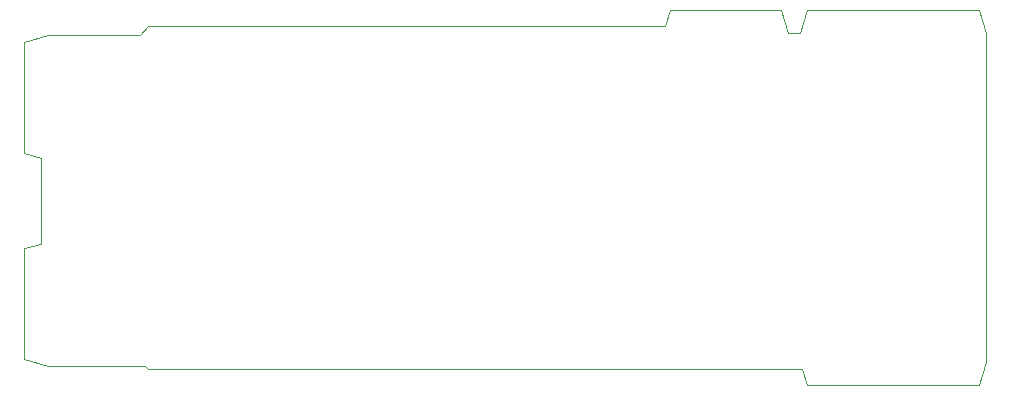
<source format=gm1>
G04 #@! TF.GenerationSoftware,KiCad,Pcbnew,6.0.9-8da3e8f707~116~ubuntu20.04.1*
G04 #@! TF.CreationDate,2023-03-26T15:22:19+00:00*
G04 #@! TF.ProjectId,LEC000043,4c454330-3030-4303-9433-2e6b69636164,rev?*
G04 #@! TF.SameCoordinates,Original*
G04 #@! TF.FileFunction,Profile,NP*
%FSLAX46Y46*%
G04 Gerber Fmt 4.6, Leading zero omitted, Abs format (unit mm)*
G04 Created by KiCad (PCBNEW 6.0.9-8da3e8f707~116~ubuntu20.04.1) date 2023-03-26 15:22:19*
%MOMM*%
%LPD*%
G01*
G04 APERTURE LIST*
G04 #@! TA.AperFunction,Profile*
%ADD10C,0.050000*%
G04 #@! TD*
G04 APERTURE END LIST*
D10*
X-2450000Y20800000D02*
X-1050000Y20350000D01*
X-2450000Y30200000D02*
X-2450000Y20800000D01*
X-450000Y30800000D02*
X-2450000Y30200000D01*
X63200000Y30900000D02*
X63850000Y32900000D01*
X61600000Y32900000D02*
X62200000Y30900000D01*
X51750000Y31500000D02*
X8000000Y31500000D01*
X79000000Y3100000D02*
X79000000Y30900000D01*
X52200000Y32900000D02*
X61600000Y32900000D01*
X51750000Y31500000D02*
X52200000Y32900000D01*
X-2450000Y12700000D02*
X-1050000Y13100000D01*
X-2450000Y3300000D02*
X-2450000Y12700000D01*
X-450000Y2700000D02*
X-2450000Y3300000D01*
X-1050000Y20350000D02*
X-1050000Y13100000D01*
X63850000Y32900000D02*
X78350000Y32900000D01*
X8000000Y2500000D02*
X63400000Y2500000D01*
X63200000Y30900000D02*
X62200000Y30900000D01*
X63850000Y1100000D02*
X78350000Y1100000D01*
X63850000Y1100000D02*
X63400000Y2500000D01*
X7300000Y30800000D02*
X-450000Y30800000D01*
X7800000Y2700000D02*
X-450000Y2700000D01*
X8000000Y31500000D02*
X7300000Y30800000D01*
X79000000Y30900000D02*
X78350000Y32900000D01*
X78350000Y1100000D02*
X79000000Y3100000D01*
X8000000Y2500000D02*
X7800000Y2700000D01*
M02*

</source>
